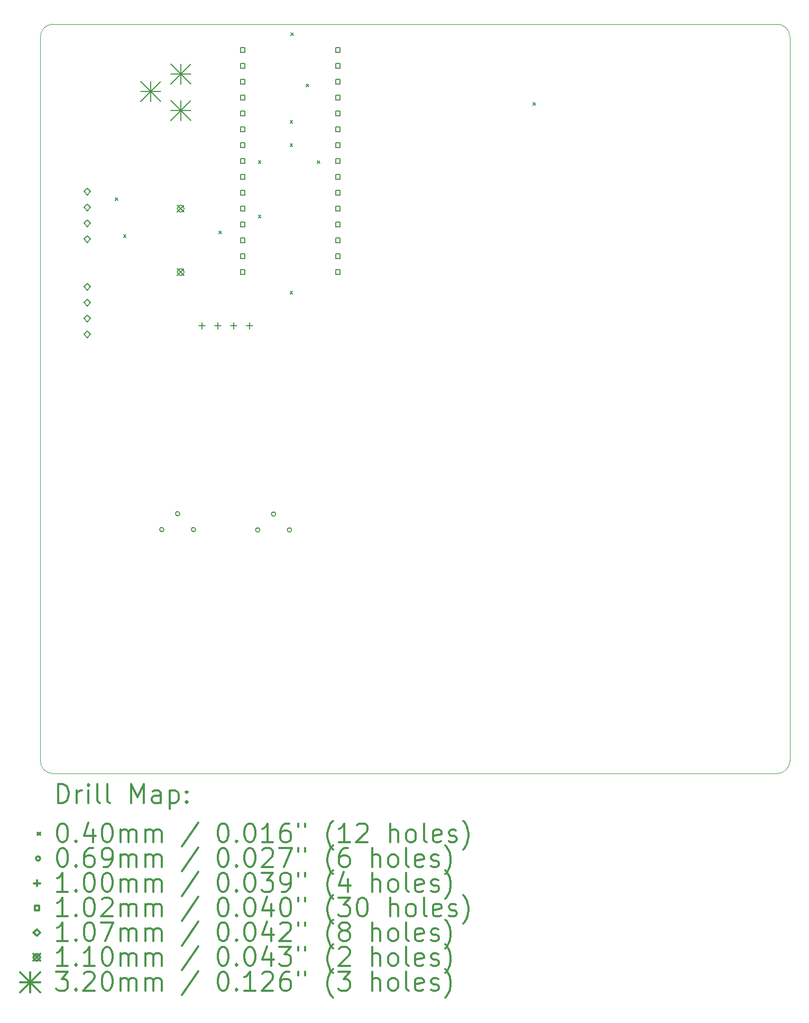
<source format=gbr>
%FSLAX45Y45*%
G04 Gerber Fmt 4.5, Leading zero omitted, Abs format (unit mm)*
G04 Created by KiCad (PCBNEW (5.1.6)-1) date 2024-05-27 20:35:28*
%MOMM*%
%LPD*%
G01*
G04 APERTURE LIST*
%TA.AperFunction,Profile*%
%ADD10C,0.050000*%
%TD*%
%ADD11C,0.200000*%
%ADD12C,0.300000*%
G04 APERTURE END LIST*
D10*
X21469350Y-15386050D02*
G75*
G02*
X21266051Y-15589349I-203299J0D01*
G01*
X9467751Y-3791049D02*
G75*
G02*
X9671050Y-3587750I203299J0D01*
G01*
X9671050Y-15589250D02*
G75*
G02*
X9467751Y-15385951I0J203299D01*
G01*
X21266150Y-3587750D02*
G75*
G02*
X21469449Y-3791049I0J-203299D01*
G01*
X9467751Y-15385951D02*
X9467751Y-3791049D01*
X21266051Y-15589349D02*
X9671050Y-15589250D01*
X21469449Y-3791049D02*
X21469350Y-15386050D01*
X9671050Y-3587750D02*
X21266150Y-3587750D01*
D11*
X10667050Y-6368100D02*
X10707050Y-6408100D01*
X10707050Y-6368100D02*
X10667050Y-6408100D01*
X10800400Y-6958650D02*
X10840400Y-6998650D01*
X10840400Y-6958650D02*
X10800400Y-6998650D01*
X12330750Y-6901500D02*
X12370750Y-6941500D01*
X12370750Y-6901500D02*
X12330750Y-6941500D01*
X12959400Y-5777550D02*
X12999400Y-5817550D01*
X12999400Y-5777550D02*
X12959400Y-5817550D01*
X12959400Y-6647500D02*
X12999400Y-6687500D01*
X12999400Y-6647500D02*
X12959400Y-6687500D01*
X13467400Y-5129850D02*
X13507400Y-5169850D01*
X13507400Y-5129850D02*
X13467400Y-5169850D01*
X13467400Y-5504500D02*
X13507400Y-5544500D01*
X13507400Y-5504500D02*
X13467400Y-5544500D01*
X13467400Y-7866700D02*
X13507400Y-7906700D01*
X13507400Y-7866700D02*
X13467400Y-7906700D01*
X13480100Y-3726500D02*
X13520100Y-3766500D01*
X13520100Y-3726500D02*
X13480100Y-3766500D01*
X13727750Y-4545650D02*
X13767750Y-4585650D01*
X13767750Y-4545650D02*
X13727750Y-4585650D01*
X13905550Y-5777550D02*
X13945550Y-5817550D01*
X13945550Y-5777550D02*
X13905550Y-5817550D01*
X17359950Y-4844100D02*
X17399950Y-4884100D01*
X17399950Y-4844100D02*
X17359950Y-4884100D01*
X12982150Y-11686600D02*
G75*
G03*
X12982150Y-11686600I-34500J0D01*
G01*
X13236150Y-11432600D02*
G75*
G03*
X13236150Y-11432600I-34500J0D01*
G01*
X13490150Y-11686600D02*
G75*
G03*
X13490150Y-11686600I-34500J0D01*
G01*
X11445450Y-11680250D02*
G75*
G03*
X11445450Y-11680250I-34500J0D01*
G01*
X11699450Y-11426250D02*
G75*
G03*
X11699450Y-11426250I-34500J0D01*
G01*
X11953450Y-11680250D02*
G75*
G03*
X11953450Y-11680250I-34500J0D01*
G01*
X12058650Y-8363750D02*
X12058650Y-8463750D01*
X12008650Y-8413750D02*
X12108650Y-8413750D01*
X12312650Y-8363750D02*
X12312650Y-8463750D01*
X12262650Y-8413750D02*
X12362650Y-8413750D01*
X12566650Y-8363750D02*
X12566650Y-8463750D01*
X12516650Y-8413750D02*
X12616650Y-8413750D01*
X12820650Y-8363750D02*
X12820650Y-8463750D01*
X12770650Y-8413750D02*
X12870650Y-8413750D01*
X12742271Y-4036421D02*
X12742271Y-3964579D01*
X12670429Y-3964579D01*
X12670429Y-4036421D01*
X12742271Y-4036421D01*
X12742271Y-4290421D02*
X12742271Y-4218579D01*
X12670429Y-4218579D01*
X12670429Y-4290421D01*
X12742271Y-4290421D01*
X12742271Y-4544421D02*
X12742271Y-4472579D01*
X12670429Y-4472579D01*
X12670429Y-4544421D01*
X12742271Y-4544421D01*
X12742271Y-4798421D02*
X12742271Y-4726579D01*
X12670429Y-4726579D01*
X12670429Y-4798421D01*
X12742271Y-4798421D01*
X12742271Y-5052421D02*
X12742271Y-4980579D01*
X12670429Y-4980579D01*
X12670429Y-5052421D01*
X12742271Y-5052421D01*
X12742271Y-5306421D02*
X12742271Y-5234579D01*
X12670429Y-5234579D01*
X12670429Y-5306421D01*
X12742271Y-5306421D01*
X12742271Y-5560421D02*
X12742271Y-5488579D01*
X12670429Y-5488579D01*
X12670429Y-5560421D01*
X12742271Y-5560421D01*
X12742271Y-5814421D02*
X12742271Y-5742579D01*
X12670429Y-5742579D01*
X12670429Y-5814421D01*
X12742271Y-5814421D01*
X12742271Y-6068421D02*
X12742271Y-5996579D01*
X12670429Y-5996579D01*
X12670429Y-6068421D01*
X12742271Y-6068421D01*
X12742271Y-6322421D02*
X12742271Y-6250579D01*
X12670429Y-6250579D01*
X12670429Y-6322421D01*
X12742271Y-6322421D01*
X12742271Y-6576421D02*
X12742271Y-6504579D01*
X12670429Y-6504579D01*
X12670429Y-6576421D01*
X12742271Y-6576421D01*
X12742271Y-6830421D02*
X12742271Y-6758579D01*
X12670429Y-6758579D01*
X12670429Y-6830421D01*
X12742271Y-6830421D01*
X12742271Y-7084421D02*
X12742271Y-7012579D01*
X12670429Y-7012579D01*
X12670429Y-7084421D01*
X12742271Y-7084421D01*
X12742271Y-7338421D02*
X12742271Y-7266579D01*
X12670429Y-7266579D01*
X12670429Y-7338421D01*
X12742271Y-7338421D01*
X12742271Y-7592421D02*
X12742271Y-7520579D01*
X12670429Y-7520579D01*
X12670429Y-7592421D01*
X12742271Y-7592421D01*
X14266271Y-4036421D02*
X14266271Y-3964579D01*
X14194429Y-3964579D01*
X14194429Y-4036421D01*
X14266271Y-4036421D01*
X14266271Y-4290421D02*
X14266271Y-4218579D01*
X14194429Y-4218579D01*
X14194429Y-4290421D01*
X14266271Y-4290421D01*
X14266271Y-4544421D02*
X14266271Y-4472579D01*
X14194429Y-4472579D01*
X14194429Y-4544421D01*
X14266271Y-4544421D01*
X14266271Y-4798421D02*
X14266271Y-4726579D01*
X14194429Y-4726579D01*
X14194429Y-4798421D01*
X14266271Y-4798421D01*
X14266271Y-5052421D02*
X14266271Y-4980579D01*
X14194429Y-4980579D01*
X14194429Y-5052421D01*
X14266271Y-5052421D01*
X14266271Y-5306421D02*
X14266271Y-5234579D01*
X14194429Y-5234579D01*
X14194429Y-5306421D01*
X14266271Y-5306421D01*
X14266271Y-5560421D02*
X14266271Y-5488579D01*
X14194429Y-5488579D01*
X14194429Y-5560421D01*
X14266271Y-5560421D01*
X14266271Y-5814421D02*
X14266271Y-5742579D01*
X14194429Y-5742579D01*
X14194429Y-5814421D01*
X14266271Y-5814421D01*
X14266271Y-6068421D02*
X14266271Y-5996579D01*
X14194429Y-5996579D01*
X14194429Y-6068421D01*
X14266271Y-6068421D01*
X14266271Y-6322421D02*
X14266271Y-6250579D01*
X14194429Y-6250579D01*
X14194429Y-6322421D01*
X14266271Y-6322421D01*
X14266271Y-6576421D02*
X14266271Y-6504579D01*
X14194429Y-6504579D01*
X14194429Y-6576421D01*
X14266271Y-6576421D01*
X14266271Y-6830421D02*
X14266271Y-6758579D01*
X14194429Y-6758579D01*
X14194429Y-6830421D01*
X14266271Y-6830421D01*
X14266271Y-7084421D02*
X14266271Y-7012579D01*
X14194429Y-7012579D01*
X14194429Y-7084421D01*
X14266271Y-7084421D01*
X14266271Y-7338421D02*
X14266271Y-7266579D01*
X14194429Y-7266579D01*
X14194429Y-7338421D01*
X14266271Y-7338421D01*
X14266271Y-7592421D02*
X14266271Y-7520579D01*
X14194429Y-7520579D01*
X14194429Y-7592421D01*
X14266271Y-7592421D01*
X10217150Y-7844950D02*
X10270650Y-7791450D01*
X10217150Y-7737950D01*
X10163650Y-7791450D01*
X10217150Y-7844950D01*
X10217150Y-8098950D02*
X10270650Y-8045450D01*
X10217150Y-7991950D01*
X10163650Y-8045450D01*
X10217150Y-8098950D01*
X10217150Y-8352950D02*
X10270650Y-8299450D01*
X10217150Y-8245950D01*
X10163650Y-8299450D01*
X10217150Y-8352950D01*
X10217150Y-8606950D02*
X10270650Y-8553450D01*
X10217150Y-8499950D01*
X10163650Y-8553450D01*
X10217150Y-8606950D01*
X10217150Y-6320950D02*
X10270650Y-6267450D01*
X10217150Y-6213950D01*
X10163650Y-6267450D01*
X10217150Y-6320950D01*
X10217150Y-6574950D02*
X10270650Y-6521450D01*
X10217150Y-6467950D01*
X10163650Y-6521450D01*
X10217150Y-6574950D01*
X10217150Y-6828950D02*
X10270650Y-6775450D01*
X10217150Y-6721950D01*
X10163650Y-6775450D01*
X10217150Y-6828950D01*
X10217150Y-7082950D02*
X10270650Y-7029450D01*
X10217150Y-6975950D01*
X10163650Y-7029450D01*
X10217150Y-7082950D01*
X11660750Y-6485500D02*
X11770750Y-6595500D01*
X11770750Y-6485500D02*
X11660750Y-6595500D01*
X11770750Y-6540500D02*
G75*
G03*
X11770750Y-6540500I-55000J0D01*
G01*
X11660750Y-7501500D02*
X11770750Y-7611500D01*
X11770750Y-7501500D02*
X11660750Y-7611500D01*
X11770750Y-7556500D02*
G75*
G03*
X11770750Y-7556500I-55000J0D01*
G01*
X11074750Y-4506800D02*
X11394750Y-4826800D01*
X11394750Y-4506800D02*
X11074750Y-4826800D01*
X11234750Y-4506800D02*
X11234750Y-4826800D01*
X11074750Y-4666800D02*
X11394750Y-4666800D01*
X11554750Y-4226800D02*
X11874750Y-4546800D01*
X11874750Y-4226800D02*
X11554750Y-4546800D01*
X11714750Y-4226800D02*
X11714750Y-4546800D01*
X11554750Y-4386800D02*
X11874750Y-4386800D01*
X11554750Y-4806800D02*
X11874750Y-5126800D01*
X11874750Y-4806800D02*
X11554750Y-5126800D01*
X11714750Y-4806800D02*
X11714750Y-5126800D01*
X11554750Y-4966800D02*
X11874750Y-4966800D01*
D12*
X9751679Y-16057563D02*
X9751679Y-15757563D01*
X9823108Y-15757563D01*
X9865965Y-15771849D01*
X9894537Y-15800421D01*
X9908822Y-15828992D01*
X9923108Y-15886135D01*
X9923108Y-15928992D01*
X9908822Y-15986135D01*
X9894537Y-16014706D01*
X9865965Y-16043278D01*
X9823108Y-16057563D01*
X9751679Y-16057563D01*
X10051679Y-16057563D02*
X10051679Y-15857563D01*
X10051679Y-15914706D02*
X10065965Y-15886135D01*
X10080251Y-15871849D01*
X10108822Y-15857563D01*
X10137394Y-15857563D01*
X10237394Y-16057563D02*
X10237394Y-15857563D01*
X10237394Y-15757563D02*
X10223108Y-15771849D01*
X10237394Y-15786135D01*
X10251679Y-15771849D01*
X10237394Y-15757563D01*
X10237394Y-15786135D01*
X10423108Y-16057563D02*
X10394537Y-16043278D01*
X10380251Y-16014706D01*
X10380251Y-15757563D01*
X10580251Y-16057563D02*
X10551679Y-16043278D01*
X10537394Y-16014706D01*
X10537394Y-15757563D01*
X10923108Y-16057563D02*
X10923108Y-15757563D01*
X11023108Y-15971849D01*
X11123108Y-15757563D01*
X11123108Y-16057563D01*
X11394536Y-16057563D02*
X11394536Y-15900421D01*
X11380251Y-15871849D01*
X11351679Y-15857563D01*
X11294536Y-15857563D01*
X11265965Y-15871849D01*
X11394536Y-16043278D02*
X11365965Y-16057563D01*
X11294536Y-16057563D01*
X11265965Y-16043278D01*
X11251679Y-16014706D01*
X11251679Y-15986135D01*
X11265965Y-15957563D01*
X11294536Y-15943278D01*
X11365965Y-15943278D01*
X11394536Y-15928992D01*
X11537394Y-15857563D02*
X11537394Y-16157563D01*
X11537394Y-15871849D02*
X11565965Y-15857563D01*
X11623108Y-15857563D01*
X11651679Y-15871849D01*
X11665965Y-15886135D01*
X11680251Y-15914706D01*
X11680251Y-16000421D01*
X11665965Y-16028992D01*
X11651679Y-16043278D01*
X11623108Y-16057563D01*
X11565965Y-16057563D01*
X11537394Y-16043278D01*
X11808822Y-16028992D02*
X11823108Y-16043278D01*
X11808822Y-16057563D01*
X11794536Y-16043278D01*
X11808822Y-16028992D01*
X11808822Y-16057563D01*
X11808822Y-15871849D02*
X11823108Y-15886135D01*
X11808822Y-15900421D01*
X11794536Y-15886135D01*
X11808822Y-15871849D01*
X11808822Y-15900421D01*
X9425251Y-16531849D02*
X9465251Y-16571849D01*
X9465251Y-16531849D02*
X9425251Y-16571849D01*
X9808822Y-16387563D02*
X9837394Y-16387563D01*
X9865965Y-16401849D01*
X9880251Y-16416135D01*
X9894537Y-16444706D01*
X9908822Y-16501849D01*
X9908822Y-16573278D01*
X9894537Y-16630421D01*
X9880251Y-16658992D01*
X9865965Y-16673278D01*
X9837394Y-16687563D01*
X9808822Y-16687563D01*
X9780251Y-16673278D01*
X9765965Y-16658992D01*
X9751679Y-16630421D01*
X9737394Y-16573278D01*
X9737394Y-16501849D01*
X9751679Y-16444706D01*
X9765965Y-16416135D01*
X9780251Y-16401849D01*
X9808822Y-16387563D01*
X10037394Y-16658992D02*
X10051679Y-16673278D01*
X10037394Y-16687563D01*
X10023108Y-16673278D01*
X10037394Y-16658992D01*
X10037394Y-16687563D01*
X10308822Y-16487563D02*
X10308822Y-16687563D01*
X10237394Y-16373278D02*
X10165965Y-16587563D01*
X10351679Y-16587563D01*
X10523108Y-16387563D02*
X10551679Y-16387563D01*
X10580251Y-16401849D01*
X10594537Y-16416135D01*
X10608822Y-16444706D01*
X10623108Y-16501849D01*
X10623108Y-16573278D01*
X10608822Y-16630421D01*
X10594537Y-16658992D01*
X10580251Y-16673278D01*
X10551679Y-16687563D01*
X10523108Y-16687563D01*
X10494537Y-16673278D01*
X10480251Y-16658992D01*
X10465965Y-16630421D01*
X10451679Y-16573278D01*
X10451679Y-16501849D01*
X10465965Y-16444706D01*
X10480251Y-16416135D01*
X10494537Y-16401849D01*
X10523108Y-16387563D01*
X10751679Y-16687563D02*
X10751679Y-16487563D01*
X10751679Y-16516135D02*
X10765965Y-16501849D01*
X10794537Y-16487563D01*
X10837394Y-16487563D01*
X10865965Y-16501849D01*
X10880251Y-16530421D01*
X10880251Y-16687563D01*
X10880251Y-16530421D02*
X10894537Y-16501849D01*
X10923108Y-16487563D01*
X10965965Y-16487563D01*
X10994537Y-16501849D01*
X11008822Y-16530421D01*
X11008822Y-16687563D01*
X11151679Y-16687563D02*
X11151679Y-16487563D01*
X11151679Y-16516135D02*
X11165965Y-16501849D01*
X11194536Y-16487563D01*
X11237394Y-16487563D01*
X11265965Y-16501849D01*
X11280251Y-16530421D01*
X11280251Y-16687563D01*
X11280251Y-16530421D02*
X11294536Y-16501849D01*
X11323108Y-16487563D01*
X11365965Y-16487563D01*
X11394536Y-16501849D01*
X11408822Y-16530421D01*
X11408822Y-16687563D01*
X11994536Y-16373278D02*
X11737394Y-16758992D01*
X12380251Y-16387563D02*
X12408822Y-16387563D01*
X12437394Y-16401849D01*
X12451679Y-16416135D01*
X12465965Y-16444706D01*
X12480251Y-16501849D01*
X12480251Y-16573278D01*
X12465965Y-16630421D01*
X12451679Y-16658992D01*
X12437394Y-16673278D01*
X12408822Y-16687563D01*
X12380251Y-16687563D01*
X12351679Y-16673278D01*
X12337394Y-16658992D01*
X12323108Y-16630421D01*
X12308822Y-16573278D01*
X12308822Y-16501849D01*
X12323108Y-16444706D01*
X12337394Y-16416135D01*
X12351679Y-16401849D01*
X12380251Y-16387563D01*
X12608822Y-16658992D02*
X12623108Y-16673278D01*
X12608822Y-16687563D01*
X12594536Y-16673278D01*
X12608822Y-16658992D01*
X12608822Y-16687563D01*
X12808822Y-16387563D02*
X12837394Y-16387563D01*
X12865965Y-16401849D01*
X12880251Y-16416135D01*
X12894536Y-16444706D01*
X12908822Y-16501849D01*
X12908822Y-16573278D01*
X12894536Y-16630421D01*
X12880251Y-16658992D01*
X12865965Y-16673278D01*
X12837394Y-16687563D01*
X12808822Y-16687563D01*
X12780251Y-16673278D01*
X12765965Y-16658992D01*
X12751679Y-16630421D01*
X12737394Y-16573278D01*
X12737394Y-16501849D01*
X12751679Y-16444706D01*
X12765965Y-16416135D01*
X12780251Y-16401849D01*
X12808822Y-16387563D01*
X13194536Y-16687563D02*
X13023108Y-16687563D01*
X13108822Y-16687563D02*
X13108822Y-16387563D01*
X13080251Y-16430421D01*
X13051679Y-16458992D01*
X13023108Y-16473278D01*
X13451679Y-16387563D02*
X13394536Y-16387563D01*
X13365965Y-16401849D01*
X13351679Y-16416135D01*
X13323108Y-16458992D01*
X13308822Y-16516135D01*
X13308822Y-16630421D01*
X13323108Y-16658992D01*
X13337394Y-16673278D01*
X13365965Y-16687563D01*
X13423108Y-16687563D01*
X13451679Y-16673278D01*
X13465965Y-16658992D01*
X13480251Y-16630421D01*
X13480251Y-16558992D01*
X13465965Y-16530421D01*
X13451679Y-16516135D01*
X13423108Y-16501849D01*
X13365965Y-16501849D01*
X13337394Y-16516135D01*
X13323108Y-16530421D01*
X13308822Y-16558992D01*
X13594536Y-16387563D02*
X13594536Y-16444706D01*
X13708822Y-16387563D02*
X13708822Y-16444706D01*
X14151679Y-16801849D02*
X14137394Y-16787563D01*
X14108822Y-16744706D01*
X14094536Y-16716135D01*
X14080251Y-16673278D01*
X14065965Y-16601849D01*
X14065965Y-16544706D01*
X14080251Y-16473278D01*
X14094536Y-16430421D01*
X14108822Y-16401849D01*
X14137394Y-16358992D01*
X14151679Y-16344706D01*
X14423108Y-16687563D02*
X14251679Y-16687563D01*
X14337394Y-16687563D02*
X14337394Y-16387563D01*
X14308822Y-16430421D01*
X14280251Y-16458992D01*
X14251679Y-16473278D01*
X14537394Y-16416135D02*
X14551679Y-16401849D01*
X14580251Y-16387563D01*
X14651679Y-16387563D01*
X14680251Y-16401849D01*
X14694536Y-16416135D01*
X14708822Y-16444706D01*
X14708822Y-16473278D01*
X14694536Y-16516135D01*
X14523108Y-16687563D01*
X14708822Y-16687563D01*
X15065965Y-16687563D02*
X15065965Y-16387563D01*
X15194536Y-16687563D02*
X15194536Y-16530421D01*
X15180251Y-16501849D01*
X15151679Y-16487563D01*
X15108822Y-16487563D01*
X15080251Y-16501849D01*
X15065965Y-16516135D01*
X15380251Y-16687563D02*
X15351679Y-16673278D01*
X15337394Y-16658992D01*
X15323108Y-16630421D01*
X15323108Y-16544706D01*
X15337394Y-16516135D01*
X15351679Y-16501849D01*
X15380251Y-16487563D01*
X15423108Y-16487563D01*
X15451679Y-16501849D01*
X15465965Y-16516135D01*
X15480251Y-16544706D01*
X15480251Y-16630421D01*
X15465965Y-16658992D01*
X15451679Y-16673278D01*
X15423108Y-16687563D01*
X15380251Y-16687563D01*
X15651679Y-16687563D02*
X15623108Y-16673278D01*
X15608822Y-16644706D01*
X15608822Y-16387563D01*
X15880251Y-16673278D02*
X15851679Y-16687563D01*
X15794536Y-16687563D01*
X15765965Y-16673278D01*
X15751679Y-16644706D01*
X15751679Y-16530421D01*
X15765965Y-16501849D01*
X15794536Y-16487563D01*
X15851679Y-16487563D01*
X15880251Y-16501849D01*
X15894536Y-16530421D01*
X15894536Y-16558992D01*
X15751679Y-16587563D01*
X16008822Y-16673278D02*
X16037394Y-16687563D01*
X16094536Y-16687563D01*
X16123108Y-16673278D01*
X16137394Y-16644706D01*
X16137394Y-16630421D01*
X16123108Y-16601849D01*
X16094536Y-16587563D01*
X16051679Y-16587563D01*
X16023108Y-16573278D01*
X16008822Y-16544706D01*
X16008822Y-16530421D01*
X16023108Y-16501849D01*
X16051679Y-16487563D01*
X16094536Y-16487563D01*
X16123108Y-16501849D01*
X16237394Y-16801849D02*
X16251679Y-16787563D01*
X16280251Y-16744706D01*
X16294536Y-16716135D01*
X16308822Y-16673278D01*
X16323108Y-16601849D01*
X16323108Y-16544706D01*
X16308822Y-16473278D01*
X16294536Y-16430421D01*
X16280251Y-16401849D01*
X16251679Y-16358992D01*
X16237394Y-16344706D01*
X9465251Y-16947849D02*
G75*
G03*
X9465251Y-16947849I-34500J0D01*
G01*
X9808822Y-16783563D02*
X9837394Y-16783563D01*
X9865965Y-16797849D01*
X9880251Y-16812135D01*
X9894537Y-16840706D01*
X9908822Y-16897849D01*
X9908822Y-16969278D01*
X9894537Y-17026421D01*
X9880251Y-17054992D01*
X9865965Y-17069278D01*
X9837394Y-17083563D01*
X9808822Y-17083563D01*
X9780251Y-17069278D01*
X9765965Y-17054992D01*
X9751679Y-17026421D01*
X9737394Y-16969278D01*
X9737394Y-16897849D01*
X9751679Y-16840706D01*
X9765965Y-16812135D01*
X9780251Y-16797849D01*
X9808822Y-16783563D01*
X10037394Y-17054992D02*
X10051679Y-17069278D01*
X10037394Y-17083563D01*
X10023108Y-17069278D01*
X10037394Y-17054992D01*
X10037394Y-17083563D01*
X10308822Y-16783563D02*
X10251679Y-16783563D01*
X10223108Y-16797849D01*
X10208822Y-16812135D01*
X10180251Y-16854992D01*
X10165965Y-16912135D01*
X10165965Y-17026421D01*
X10180251Y-17054992D01*
X10194537Y-17069278D01*
X10223108Y-17083563D01*
X10280251Y-17083563D01*
X10308822Y-17069278D01*
X10323108Y-17054992D01*
X10337394Y-17026421D01*
X10337394Y-16954992D01*
X10323108Y-16926421D01*
X10308822Y-16912135D01*
X10280251Y-16897849D01*
X10223108Y-16897849D01*
X10194537Y-16912135D01*
X10180251Y-16926421D01*
X10165965Y-16954992D01*
X10480251Y-17083563D02*
X10537394Y-17083563D01*
X10565965Y-17069278D01*
X10580251Y-17054992D01*
X10608822Y-17012135D01*
X10623108Y-16954992D01*
X10623108Y-16840706D01*
X10608822Y-16812135D01*
X10594537Y-16797849D01*
X10565965Y-16783563D01*
X10508822Y-16783563D01*
X10480251Y-16797849D01*
X10465965Y-16812135D01*
X10451679Y-16840706D01*
X10451679Y-16912135D01*
X10465965Y-16940706D01*
X10480251Y-16954992D01*
X10508822Y-16969278D01*
X10565965Y-16969278D01*
X10594537Y-16954992D01*
X10608822Y-16940706D01*
X10623108Y-16912135D01*
X10751679Y-17083563D02*
X10751679Y-16883563D01*
X10751679Y-16912135D02*
X10765965Y-16897849D01*
X10794537Y-16883563D01*
X10837394Y-16883563D01*
X10865965Y-16897849D01*
X10880251Y-16926421D01*
X10880251Y-17083563D01*
X10880251Y-16926421D02*
X10894537Y-16897849D01*
X10923108Y-16883563D01*
X10965965Y-16883563D01*
X10994537Y-16897849D01*
X11008822Y-16926421D01*
X11008822Y-17083563D01*
X11151679Y-17083563D02*
X11151679Y-16883563D01*
X11151679Y-16912135D02*
X11165965Y-16897849D01*
X11194536Y-16883563D01*
X11237394Y-16883563D01*
X11265965Y-16897849D01*
X11280251Y-16926421D01*
X11280251Y-17083563D01*
X11280251Y-16926421D02*
X11294536Y-16897849D01*
X11323108Y-16883563D01*
X11365965Y-16883563D01*
X11394536Y-16897849D01*
X11408822Y-16926421D01*
X11408822Y-17083563D01*
X11994536Y-16769278D02*
X11737394Y-17154992D01*
X12380251Y-16783563D02*
X12408822Y-16783563D01*
X12437394Y-16797849D01*
X12451679Y-16812135D01*
X12465965Y-16840706D01*
X12480251Y-16897849D01*
X12480251Y-16969278D01*
X12465965Y-17026421D01*
X12451679Y-17054992D01*
X12437394Y-17069278D01*
X12408822Y-17083563D01*
X12380251Y-17083563D01*
X12351679Y-17069278D01*
X12337394Y-17054992D01*
X12323108Y-17026421D01*
X12308822Y-16969278D01*
X12308822Y-16897849D01*
X12323108Y-16840706D01*
X12337394Y-16812135D01*
X12351679Y-16797849D01*
X12380251Y-16783563D01*
X12608822Y-17054992D02*
X12623108Y-17069278D01*
X12608822Y-17083563D01*
X12594536Y-17069278D01*
X12608822Y-17054992D01*
X12608822Y-17083563D01*
X12808822Y-16783563D02*
X12837394Y-16783563D01*
X12865965Y-16797849D01*
X12880251Y-16812135D01*
X12894536Y-16840706D01*
X12908822Y-16897849D01*
X12908822Y-16969278D01*
X12894536Y-17026421D01*
X12880251Y-17054992D01*
X12865965Y-17069278D01*
X12837394Y-17083563D01*
X12808822Y-17083563D01*
X12780251Y-17069278D01*
X12765965Y-17054992D01*
X12751679Y-17026421D01*
X12737394Y-16969278D01*
X12737394Y-16897849D01*
X12751679Y-16840706D01*
X12765965Y-16812135D01*
X12780251Y-16797849D01*
X12808822Y-16783563D01*
X13023108Y-16812135D02*
X13037394Y-16797849D01*
X13065965Y-16783563D01*
X13137394Y-16783563D01*
X13165965Y-16797849D01*
X13180251Y-16812135D01*
X13194536Y-16840706D01*
X13194536Y-16869278D01*
X13180251Y-16912135D01*
X13008822Y-17083563D01*
X13194536Y-17083563D01*
X13294536Y-16783563D02*
X13494536Y-16783563D01*
X13365965Y-17083563D01*
X13594536Y-16783563D02*
X13594536Y-16840706D01*
X13708822Y-16783563D02*
X13708822Y-16840706D01*
X14151679Y-17197849D02*
X14137394Y-17183563D01*
X14108822Y-17140706D01*
X14094536Y-17112135D01*
X14080251Y-17069278D01*
X14065965Y-16997849D01*
X14065965Y-16940706D01*
X14080251Y-16869278D01*
X14094536Y-16826421D01*
X14108822Y-16797849D01*
X14137394Y-16754992D01*
X14151679Y-16740706D01*
X14394536Y-16783563D02*
X14337394Y-16783563D01*
X14308822Y-16797849D01*
X14294536Y-16812135D01*
X14265965Y-16854992D01*
X14251679Y-16912135D01*
X14251679Y-17026421D01*
X14265965Y-17054992D01*
X14280251Y-17069278D01*
X14308822Y-17083563D01*
X14365965Y-17083563D01*
X14394536Y-17069278D01*
X14408822Y-17054992D01*
X14423108Y-17026421D01*
X14423108Y-16954992D01*
X14408822Y-16926421D01*
X14394536Y-16912135D01*
X14365965Y-16897849D01*
X14308822Y-16897849D01*
X14280251Y-16912135D01*
X14265965Y-16926421D01*
X14251679Y-16954992D01*
X14780251Y-17083563D02*
X14780251Y-16783563D01*
X14908822Y-17083563D02*
X14908822Y-16926421D01*
X14894536Y-16897849D01*
X14865965Y-16883563D01*
X14823108Y-16883563D01*
X14794536Y-16897849D01*
X14780251Y-16912135D01*
X15094536Y-17083563D02*
X15065965Y-17069278D01*
X15051679Y-17054992D01*
X15037394Y-17026421D01*
X15037394Y-16940706D01*
X15051679Y-16912135D01*
X15065965Y-16897849D01*
X15094536Y-16883563D01*
X15137394Y-16883563D01*
X15165965Y-16897849D01*
X15180251Y-16912135D01*
X15194536Y-16940706D01*
X15194536Y-17026421D01*
X15180251Y-17054992D01*
X15165965Y-17069278D01*
X15137394Y-17083563D01*
X15094536Y-17083563D01*
X15365965Y-17083563D02*
X15337394Y-17069278D01*
X15323108Y-17040706D01*
X15323108Y-16783563D01*
X15594536Y-17069278D02*
X15565965Y-17083563D01*
X15508822Y-17083563D01*
X15480251Y-17069278D01*
X15465965Y-17040706D01*
X15465965Y-16926421D01*
X15480251Y-16897849D01*
X15508822Y-16883563D01*
X15565965Y-16883563D01*
X15594536Y-16897849D01*
X15608822Y-16926421D01*
X15608822Y-16954992D01*
X15465965Y-16983563D01*
X15723108Y-17069278D02*
X15751679Y-17083563D01*
X15808822Y-17083563D01*
X15837394Y-17069278D01*
X15851679Y-17040706D01*
X15851679Y-17026421D01*
X15837394Y-16997849D01*
X15808822Y-16983563D01*
X15765965Y-16983563D01*
X15737394Y-16969278D01*
X15723108Y-16940706D01*
X15723108Y-16926421D01*
X15737394Y-16897849D01*
X15765965Y-16883563D01*
X15808822Y-16883563D01*
X15837394Y-16897849D01*
X15951679Y-17197849D02*
X15965965Y-17183563D01*
X15994536Y-17140706D01*
X16008822Y-17112135D01*
X16023108Y-17069278D01*
X16037394Y-16997849D01*
X16037394Y-16940706D01*
X16023108Y-16869278D01*
X16008822Y-16826421D01*
X15994536Y-16797849D01*
X15965965Y-16754992D01*
X15951679Y-16740706D01*
X9415251Y-17293849D02*
X9415251Y-17393849D01*
X9365251Y-17343849D02*
X9465251Y-17343849D01*
X9908822Y-17479563D02*
X9737394Y-17479563D01*
X9823108Y-17479563D02*
X9823108Y-17179563D01*
X9794537Y-17222421D01*
X9765965Y-17250992D01*
X9737394Y-17265278D01*
X10037394Y-17450992D02*
X10051679Y-17465278D01*
X10037394Y-17479563D01*
X10023108Y-17465278D01*
X10037394Y-17450992D01*
X10037394Y-17479563D01*
X10237394Y-17179563D02*
X10265965Y-17179563D01*
X10294537Y-17193849D01*
X10308822Y-17208135D01*
X10323108Y-17236706D01*
X10337394Y-17293849D01*
X10337394Y-17365278D01*
X10323108Y-17422421D01*
X10308822Y-17450992D01*
X10294537Y-17465278D01*
X10265965Y-17479563D01*
X10237394Y-17479563D01*
X10208822Y-17465278D01*
X10194537Y-17450992D01*
X10180251Y-17422421D01*
X10165965Y-17365278D01*
X10165965Y-17293849D01*
X10180251Y-17236706D01*
X10194537Y-17208135D01*
X10208822Y-17193849D01*
X10237394Y-17179563D01*
X10523108Y-17179563D02*
X10551679Y-17179563D01*
X10580251Y-17193849D01*
X10594537Y-17208135D01*
X10608822Y-17236706D01*
X10623108Y-17293849D01*
X10623108Y-17365278D01*
X10608822Y-17422421D01*
X10594537Y-17450992D01*
X10580251Y-17465278D01*
X10551679Y-17479563D01*
X10523108Y-17479563D01*
X10494537Y-17465278D01*
X10480251Y-17450992D01*
X10465965Y-17422421D01*
X10451679Y-17365278D01*
X10451679Y-17293849D01*
X10465965Y-17236706D01*
X10480251Y-17208135D01*
X10494537Y-17193849D01*
X10523108Y-17179563D01*
X10751679Y-17479563D02*
X10751679Y-17279563D01*
X10751679Y-17308135D02*
X10765965Y-17293849D01*
X10794537Y-17279563D01*
X10837394Y-17279563D01*
X10865965Y-17293849D01*
X10880251Y-17322421D01*
X10880251Y-17479563D01*
X10880251Y-17322421D02*
X10894537Y-17293849D01*
X10923108Y-17279563D01*
X10965965Y-17279563D01*
X10994537Y-17293849D01*
X11008822Y-17322421D01*
X11008822Y-17479563D01*
X11151679Y-17479563D02*
X11151679Y-17279563D01*
X11151679Y-17308135D02*
X11165965Y-17293849D01*
X11194536Y-17279563D01*
X11237394Y-17279563D01*
X11265965Y-17293849D01*
X11280251Y-17322421D01*
X11280251Y-17479563D01*
X11280251Y-17322421D02*
X11294536Y-17293849D01*
X11323108Y-17279563D01*
X11365965Y-17279563D01*
X11394536Y-17293849D01*
X11408822Y-17322421D01*
X11408822Y-17479563D01*
X11994536Y-17165278D02*
X11737394Y-17550992D01*
X12380251Y-17179563D02*
X12408822Y-17179563D01*
X12437394Y-17193849D01*
X12451679Y-17208135D01*
X12465965Y-17236706D01*
X12480251Y-17293849D01*
X12480251Y-17365278D01*
X12465965Y-17422421D01*
X12451679Y-17450992D01*
X12437394Y-17465278D01*
X12408822Y-17479563D01*
X12380251Y-17479563D01*
X12351679Y-17465278D01*
X12337394Y-17450992D01*
X12323108Y-17422421D01*
X12308822Y-17365278D01*
X12308822Y-17293849D01*
X12323108Y-17236706D01*
X12337394Y-17208135D01*
X12351679Y-17193849D01*
X12380251Y-17179563D01*
X12608822Y-17450992D02*
X12623108Y-17465278D01*
X12608822Y-17479563D01*
X12594536Y-17465278D01*
X12608822Y-17450992D01*
X12608822Y-17479563D01*
X12808822Y-17179563D02*
X12837394Y-17179563D01*
X12865965Y-17193849D01*
X12880251Y-17208135D01*
X12894536Y-17236706D01*
X12908822Y-17293849D01*
X12908822Y-17365278D01*
X12894536Y-17422421D01*
X12880251Y-17450992D01*
X12865965Y-17465278D01*
X12837394Y-17479563D01*
X12808822Y-17479563D01*
X12780251Y-17465278D01*
X12765965Y-17450992D01*
X12751679Y-17422421D01*
X12737394Y-17365278D01*
X12737394Y-17293849D01*
X12751679Y-17236706D01*
X12765965Y-17208135D01*
X12780251Y-17193849D01*
X12808822Y-17179563D01*
X13008822Y-17179563D02*
X13194536Y-17179563D01*
X13094536Y-17293849D01*
X13137394Y-17293849D01*
X13165965Y-17308135D01*
X13180251Y-17322421D01*
X13194536Y-17350992D01*
X13194536Y-17422421D01*
X13180251Y-17450992D01*
X13165965Y-17465278D01*
X13137394Y-17479563D01*
X13051679Y-17479563D01*
X13023108Y-17465278D01*
X13008822Y-17450992D01*
X13337394Y-17479563D02*
X13394536Y-17479563D01*
X13423108Y-17465278D01*
X13437394Y-17450992D01*
X13465965Y-17408135D01*
X13480251Y-17350992D01*
X13480251Y-17236706D01*
X13465965Y-17208135D01*
X13451679Y-17193849D01*
X13423108Y-17179563D01*
X13365965Y-17179563D01*
X13337394Y-17193849D01*
X13323108Y-17208135D01*
X13308822Y-17236706D01*
X13308822Y-17308135D01*
X13323108Y-17336706D01*
X13337394Y-17350992D01*
X13365965Y-17365278D01*
X13423108Y-17365278D01*
X13451679Y-17350992D01*
X13465965Y-17336706D01*
X13480251Y-17308135D01*
X13594536Y-17179563D02*
X13594536Y-17236706D01*
X13708822Y-17179563D02*
X13708822Y-17236706D01*
X14151679Y-17593849D02*
X14137394Y-17579563D01*
X14108822Y-17536706D01*
X14094536Y-17508135D01*
X14080251Y-17465278D01*
X14065965Y-17393849D01*
X14065965Y-17336706D01*
X14080251Y-17265278D01*
X14094536Y-17222421D01*
X14108822Y-17193849D01*
X14137394Y-17150992D01*
X14151679Y-17136706D01*
X14394536Y-17279563D02*
X14394536Y-17479563D01*
X14323108Y-17165278D02*
X14251679Y-17379563D01*
X14437394Y-17379563D01*
X14780251Y-17479563D02*
X14780251Y-17179563D01*
X14908822Y-17479563D02*
X14908822Y-17322421D01*
X14894536Y-17293849D01*
X14865965Y-17279563D01*
X14823108Y-17279563D01*
X14794536Y-17293849D01*
X14780251Y-17308135D01*
X15094536Y-17479563D02*
X15065965Y-17465278D01*
X15051679Y-17450992D01*
X15037394Y-17422421D01*
X15037394Y-17336706D01*
X15051679Y-17308135D01*
X15065965Y-17293849D01*
X15094536Y-17279563D01*
X15137394Y-17279563D01*
X15165965Y-17293849D01*
X15180251Y-17308135D01*
X15194536Y-17336706D01*
X15194536Y-17422421D01*
X15180251Y-17450992D01*
X15165965Y-17465278D01*
X15137394Y-17479563D01*
X15094536Y-17479563D01*
X15365965Y-17479563D02*
X15337394Y-17465278D01*
X15323108Y-17436706D01*
X15323108Y-17179563D01*
X15594536Y-17465278D02*
X15565965Y-17479563D01*
X15508822Y-17479563D01*
X15480251Y-17465278D01*
X15465965Y-17436706D01*
X15465965Y-17322421D01*
X15480251Y-17293849D01*
X15508822Y-17279563D01*
X15565965Y-17279563D01*
X15594536Y-17293849D01*
X15608822Y-17322421D01*
X15608822Y-17350992D01*
X15465965Y-17379563D01*
X15723108Y-17465278D02*
X15751679Y-17479563D01*
X15808822Y-17479563D01*
X15837394Y-17465278D01*
X15851679Y-17436706D01*
X15851679Y-17422421D01*
X15837394Y-17393849D01*
X15808822Y-17379563D01*
X15765965Y-17379563D01*
X15737394Y-17365278D01*
X15723108Y-17336706D01*
X15723108Y-17322421D01*
X15737394Y-17293849D01*
X15765965Y-17279563D01*
X15808822Y-17279563D01*
X15837394Y-17293849D01*
X15951679Y-17593849D02*
X15965965Y-17579563D01*
X15994536Y-17536706D01*
X16008822Y-17508135D01*
X16023108Y-17465278D01*
X16037394Y-17393849D01*
X16037394Y-17336706D01*
X16023108Y-17265278D01*
X16008822Y-17222421D01*
X15994536Y-17193849D01*
X15965965Y-17150992D01*
X15951679Y-17136706D01*
X9450372Y-17775771D02*
X9450372Y-17703928D01*
X9378529Y-17703928D01*
X9378529Y-17775771D01*
X9450372Y-17775771D01*
X9908822Y-17875563D02*
X9737394Y-17875563D01*
X9823108Y-17875563D02*
X9823108Y-17575563D01*
X9794537Y-17618421D01*
X9765965Y-17646992D01*
X9737394Y-17661278D01*
X10037394Y-17846992D02*
X10051679Y-17861278D01*
X10037394Y-17875563D01*
X10023108Y-17861278D01*
X10037394Y-17846992D01*
X10037394Y-17875563D01*
X10237394Y-17575563D02*
X10265965Y-17575563D01*
X10294537Y-17589849D01*
X10308822Y-17604135D01*
X10323108Y-17632706D01*
X10337394Y-17689849D01*
X10337394Y-17761278D01*
X10323108Y-17818421D01*
X10308822Y-17846992D01*
X10294537Y-17861278D01*
X10265965Y-17875563D01*
X10237394Y-17875563D01*
X10208822Y-17861278D01*
X10194537Y-17846992D01*
X10180251Y-17818421D01*
X10165965Y-17761278D01*
X10165965Y-17689849D01*
X10180251Y-17632706D01*
X10194537Y-17604135D01*
X10208822Y-17589849D01*
X10237394Y-17575563D01*
X10451679Y-17604135D02*
X10465965Y-17589849D01*
X10494537Y-17575563D01*
X10565965Y-17575563D01*
X10594537Y-17589849D01*
X10608822Y-17604135D01*
X10623108Y-17632706D01*
X10623108Y-17661278D01*
X10608822Y-17704135D01*
X10437394Y-17875563D01*
X10623108Y-17875563D01*
X10751679Y-17875563D02*
X10751679Y-17675563D01*
X10751679Y-17704135D02*
X10765965Y-17689849D01*
X10794537Y-17675563D01*
X10837394Y-17675563D01*
X10865965Y-17689849D01*
X10880251Y-17718421D01*
X10880251Y-17875563D01*
X10880251Y-17718421D02*
X10894537Y-17689849D01*
X10923108Y-17675563D01*
X10965965Y-17675563D01*
X10994537Y-17689849D01*
X11008822Y-17718421D01*
X11008822Y-17875563D01*
X11151679Y-17875563D02*
X11151679Y-17675563D01*
X11151679Y-17704135D02*
X11165965Y-17689849D01*
X11194536Y-17675563D01*
X11237394Y-17675563D01*
X11265965Y-17689849D01*
X11280251Y-17718421D01*
X11280251Y-17875563D01*
X11280251Y-17718421D02*
X11294536Y-17689849D01*
X11323108Y-17675563D01*
X11365965Y-17675563D01*
X11394536Y-17689849D01*
X11408822Y-17718421D01*
X11408822Y-17875563D01*
X11994536Y-17561278D02*
X11737394Y-17946992D01*
X12380251Y-17575563D02*
X12408822Y-17575563D01*
X12437394Y-17589849D01*
X12451679Y-17604135D01*
X12465965Y-17632706D01*
X12480251Y-17689849D01*
X12480251Y-17761278D01*
X12465965Y-17818421D01*
X12451679Y-17846992D01*
X12437394Y-17861278D01*
X12408822Y-17875563D01*
X12380251Y-17875563D01*
X12351679Y-17861278D01*
X12337394Y-17846992D01*
X12323108Y-17818421D01*
X12308822Y-17761278D01*
X12308822Y-17689849D01*
X12323108Y-17632706D01*
X12337394Y-17604135D01*
X12351679Y-17589849D01*
X12380251Y-17575563D01*
X12608822Y-17846992D02*
X12623108Y-17861278D01*
X12608822Y-17875563D01*
X12594536Y-17861278D01*
X12608822Y-17846992D01*
X12608822Y-17875563D01*
X12808822Y-17575563D02*
X12837394Y-17575563D01*
X12865965Y-17589849D01*
X12880251Y-17604135D01*
X12894536Y-17632706D01*
X12908822Y-17689849D01*
X12908822Y-17761278D01*
X12894536Y-17818421D01*
X12880251Y-17846992D01*
X12865965Y-17861278D01*
X12837394Y-17875563D01*
X12808822Y-17875563D01*
X12780251Y-17861278D01*
X12765965Y-17846992D01*
X12751679Y-17818421D01*
X12737394Y-17761278D01*
X12737394Y-17689849D01*
X12751679Y-17632706D01*
X12765965Y-17604135D01*
X12780251Y-17589849D01*
X12808822Y-17575563D01*
X13165965Y-17675563D02*
X13165965Y-17875563D01*
X13094536Y-17561278D02*
X13023108Y-17775563D01*
X13208822Y-17775563D01*
X13380251Y-17575563D02*
X13408822Y-17575563D01*
X13437394Y-17589849D01*
X13451679Y-17604135D01*
X13465965Y-17632706D01*
X13480251Y-17689849D01*
X13480251Y-17761278D01*
X13465965Y-17818421D01*
X13451679Y-17846992D01*
X13437394Y-17861278D01*
X13408822Y-17875563D01*
X13380251Y-17875563D01*
X13351679Y-17861278D01*
X13337394Y-17846992D01*
X13323108Y-17818421D01*
X13308822Y-17761278D01*
X13308822Y-17689849D01*
X13323108Y-17632706D01*
X13337394Y-17604135D01*
X13351679Y-17589849D01*
X13380251Y-17575563D01*
X13594536Y-17575563D02*
X13594536Y-17632706D01*
X13708822Y-17575563D02*
X13708822Y-17632706D01*
X14151679Y-17989849D02*
X14137394Y-17975563D01*
X14108822Y-17932706D01*
X14094536Y-17904135D01*
X14080251Y-17861278D01*
X14065965Y-17789849D01*
X14065965Y-17732706D01*
X14080251Y-17661278D01*
X14094536Y-17618421D01*
X14108822Y-17589849D01*
X14137394Y-17546992D01*
X14151679Y-17532706D01*
X14237394Y-17575563D02*
X14423108Y-17575563D01*
X14323108Y-17689849D01*
X14365965Y-17689849D01*
X14394536Y-17704135D01*
X14408822Y-17718421D01*
X14423108Y-17746992D01*
X14423108Y-17818421D01*
X14408822Y-17846992D01*
X14394536Y-17861278D01*
X14365965Y-17875563D01*
X14280251Y-17875563D01*
X14251679Y-17861278D01*
X14237394Y-17846992D01*
X14608822Y-17575563D02*
X14637394Y-17575563D01*
X14665965Y-17589849D01*
X14680251Y-17604135D01*
X14694536Y-17632706D01*
X14708822Y-17689849D01*
X14708822Y-17761278D01*
X14694536Y-17818421D01*
X14680251Y-17846992D01*
X14665965Y-17861278D01*
X14637394Y-17875563D01*
X14608822Y-17875563D01*
X14580251Y-17861278D01*
X14565965Y-17846992D01*
X14551679Y-17818421D01*
X14537394Y-17761278D01*
X14537394Y-17689849D01*
X14551679Y-17632706D01*
X14565965Y-17604135D01*
X14580251Y-17589849D01*
X14608822Y-17575563D01*
X15065965Y-17875563D02*
X15065965Y-17575563D01*
X15194536Y-17875563D02*
X15194536Y-17718421D01*
X15180251Y-17689849D01*
X15151679Y-17675563D01*
X15108822Y-17675563D01*
X15080251Y-17689849D01*
X15065965Y-17704135D01*
X15380251Y-17875563D02*
X15351679Y-17861278D01*
X15337394Y-17846992D01*
X15323108Y-17818421D01*
X15323108Y-17732706D01*
X15337394Y-17704135D01*
X15351679Y-17689849D01*
X15380251Y-17675563D01*
X15423108Y-17675563D01*
X15451679Y-17689849D01*
X15465965Y-17704135D01*
X15480251Y-17732706D01*
X15480251Y-17818421D01*
X15465965Y-17846992D01*
X15451679Y-17861278D01*
X15423108Y-17875563D01*
X15380251Y-17875563D01*
X15651679Y-17875563D02*
X15623108Y-17861278D01*
X15608822Y-17832706D01*
X15608822Y-17575563D01*
X15880251Y-17861278D02*
X15851679Y-17875563D01*
X15794536Y-17875563D01*
X15765965Y-17861278D01*
X15751679Y-17832706D01*
X15751679Y-17718421D01*
X15765965Y-17689849D01*
X15794536Y-17675563D01*
X15851679Y-17675563D01*
X15880251Y-17689849D01*
X15894536Y-17718421D01*
X15894536Y-17746992D01*
X15751679Y-17775563D01*
X16008822Y-17861278D02*
X16037394Y-17875563D01*
X16094536Y-17875563D01*
X16123108Y-17861278D01*
X16137394Y-17832706D01*
X16137394Y-17818421D01*
X16123108Y-17789849D01*
X16094536Y-17775563D01*
X16051679Y-17775563D01*
X16023108Y-17761278D01*
X16008822Y-17732706D01*
X16008822Y-17718421D01*
X16023108Y-17689849D01*
X16051679Y-17675563D01*
X16094536Y-17675563D01*
X16123108Y-17689849D01*
X16237394Y-17989849D02*
X16251679Y-17975563D01*
X16280251Y-17932706D01*
X16294536Y-17904135D01*
X16308822Y-17861278D01*
X16323108Y-17789849D01*
X16323108Y-17732706D01*
X16308822Y-17661278D01*
X16294536Y-17618421D01*
X16280251Y-17589849D01*
X16251679Y-17546992D01*
X16237394Y-17532706D01*
X9411751Y-18189349D02*
X9465251Y-18135849D01*
X9411751Y-18082349D01*
X9358251Y-18135849D01*
X9411751Y-18189349D01*
X9908822Y-18271563D02*
X9737394Y-18271563D01*
X9823108Y-18271563D02*
X9823108Y-17971563D01*
X9794537Y-18014421D01*
X9765965Y-18042992D01*
X9737394Y-18057278D01*
X10037394Y-18242992D02*
X10051679Y-18257278D01*
X10037394Y-18271563D01*
X10023108Y-18257278D01*
X10037394Y-18242992D01*
X10037394Y-18271563D01*
X10237394Y-17971563D02*
X10265965Y-17971563D01*
X10294537Y-17985849D01*
X10308822Y-18000135D01*
X10323108Y-18028706D01*
X10337394Y-18085849D01*
X10337394Y-18157278D01*
X10323108Y-18214421D01*
X10308822Y-18242992D01*
X10294537Y-18257278D01*
X10265965Y-18271563D01*
X10237394Y-18271563D01*
X10208822Y-18257278D01*
X10194537Y-18242992D01*
X10180251Y-18214421D01*
X10165965Y-18157278D01*
X10165965Y-18085849D01*
X10180251Y-18028706D01*
X10194537Y-18000135D01*
X10208822Y-17985849D01*
X10237394Y-17971563D01*
X10437394Y-17971563D02*
X10637394Y-17971563D01*
X10508822Y-18271563D01*
X10751679Y-18271563D02*
X10751679Y-18071563D01*
X10751679Y-18100135D02*
X10765965Y-18085849D01*
X10794537Y-18071563D01*
X10837394Y-18071563D01*
X10865965Y-18085849D01*
X10880251Y-18114421D01*
X10880251Y-18271563D01*
X10880251Y-18114421D02*
X10894537Y-18085849D01*
X10923108Y-18071563D01*
X10965965Y-18071563D01*
X10994537Y-18085849D01*
X11008822Y-18114421D01*
X11008822Y-18271563D01*
X11151679Y-18271563D02*
X11151679Y-18071563D01*
X11151679Y-18100135D02*
X11165965Y-18085849D01*
X11194536Y-18071563D01*
X11237394Y-18071563D01*
X11265965Y-18085849D01*
X11280251Y-18114421D01*
X11280251Y-18271563D01*
X11280251Y-18114421D02*
X11294536Y-18085849D01*
X11323108Y-18071563D01*
X11365965Y-18071563D01*
X11394536Y-18085849D01*
X11408822Y-18114421D01*
X11408822Y-18271563D01*
X11994536Y-17957278D02*
X11737394Y-18342992D01*
X12380251Y-17971563D02*
X12408822Y-17971563D01*
X12437394Y-17985849D01*
X12451679Y-18000135D01*
X12465965Y-18028706D01*
X12480251Y-18085849D01*
X12480251Y-18157278D01*
X12465965Y-18214421D01*
X12451679Y-18242992D01*
X12437394Y-18257278D01*
X12408822Y-18271563D01*
X12380251Y-18271563D01*
X12351679Y-18257278D01*
X12337394Y-18242992D01*
X12323108Y-18214421D01*
X12308822Y-18157278D01*
X12308822Y-18085849D01*
X12323108Y-18028706D01*
X12337394Y-18000135D01*
X12351679Y-17985849D01*
X12380251Y-17971563D01*
X12608822Y-18242992D02*
X12623108Y-18257278D01*
X12608822Y-18271563D01*
X12594536Y-18257278D01*
X12608822Y-18242992D01*
X12608822Y-18271563D01*
X12808822Y-17971563D02*
X12837394Y-17971563D01*
X12865965Y-17985849D01*
X12880251Y-18000135D01*
X12894536Y-18028706D01*
X12908822Y-18085849D01*
X12908822Y-18157278D01*
X12894536Y-18214421D01*
X12880251Y-18242992D01*
X12865965Y-18257278D01*
X12837394Y-18271563D01*
X12808822Y-18271563D01*
X12780251Y-18257278D01*
X12765965Y-18242992D01*
X12751679Y-18214421D01*
X12737394Y-18157278D01*
X12737394Y-18085849D01*
X12751679Y-18028706D01*
X12765965Y-18000135D01*
X12780251Y-17985849D01*
X12808822Y-17971563D01*
X13165965Y-18071563D02*
X13165965Y-18271563D01*
X13094536Y-17957278D02*
X13023108Y-18171563D01*
X13208822Y-18171563D01*
X13308822Y-18000135D02*
X13323108Y-17985849D01*
X13351679Y-17971563D01*
X13423108Y-17971563D01*
X13451679Y-17985849D01*
X13465965Y-18000135D01*
X13480251Y-18028706D01*
X13480251Y-18057278D01*
X13465965Y-18100135D01*
X13294536Y-18271563D01*
X13480251Y-18271563D01*
X13594536Y-17971563D02*
X13594536Y-18028706D01*
X13708822Y-17971563D02*
X13708822Y-18028706D01*
X14151679Y-18385849D02*
X14137394Y-18371563D01*
X14108822Y-18328706D01*
X14094536Y-18300135D01*
X14080251Y-18257278D01*
X14065965Y-18185849D01*
X14065965Y-18128706D01*
X14080251Y-18057278D01*
X14094536Y-18014421D01*
X14108822Y-17985849D01*
X14137394Y-17942992D01*
X14151679Y-17928706D01*
X14308822Y-18100135D02*
X14280251Y-18085849D01*
X14265965Y-18071563D01*
X14251679Y-18042992D01*
X14251679Y-18028706D01*
X14265965Y-18000135D01*
X14280251Y-17985849D01*
X14308822Y-17971563D01*
X14365965Y-17971563D01*
X14394536Y-17985849D01*
X14408822Y-18000135D01*
X14423108Y-18028706D01*
X14423108Y-18042992D01*
X14408822Y-18071563D01*
X14394536Y-18085849D01*
X14365965Y-18100135D01*
X14308822Y-18100135D01*
X14280251Y-18114421D01*
X14265965Y-18128706D01*
X14251679Y-18157278D01*
X14251679Y-18214421D01*
X14265965Y-18242992D01*
X14280251Y-18257278D01*
X14308822Y-18271563D01*
X14365965Y-18271563D01*
X14394536Y-18257278D01*
X14408822Y-18242992D01*
X14423108Y-18214421D01*
X14423108Y-18157278D01*
X14408822Y-18128706D01*
X14394536Y-18114421D01*
X14365965Y-18100135D01*
X14780251Y-18271563D02*
X14780251Y-17971563D01*
X14908822Y-18271563D02*
X14908822Y-18114421D01*
X14894536Y-18085849D01*
X14865965Y-18071563D01*
X14823108Y-18071563D01*
X14794536Y-18085849D01*
X14780251Y-18100135D01*
X15094536Y-18271563D02*
X15065965Y-18257278D01*
X15051679Y-18242992D01*
X15037394Y-18214421D01*
X15037394Y-18128706D01*
X15051679Y-18100135D01*
X15065965Y-18085849D01*
X15094536Y-18071563D01*
X15137394Y-18071563D01*
X15165965Y-18085849D01*
X15180251Y-18100135D01*
X15194536Y-18128706D01*
X15194536Y-18214421D01*
X15180251Y-18242992D01*
X15165965Y-18257278D01*
X15137394Y-18271563D01*
X15094536Y-18271563D01*
X15365965Y-18271563D02*
X15337394Y-18257278D01*
X15323108Y-18228706D01*
X15323108Y-17971563D01*
X15594536Y-18257278D02*
X15565965Y-18271563D01*
X15508822Y-18271563D01*
X15480251Y-18257278D01*
X15465965Y-18228706D01*
X15465965Y-18114421D01*
X15480251Y-18085849D01*
X15508822Y-18071563D01*
X15565965Y-18071563D01*
X15594536Y-18085849D01*
X15608822Y-18114421D01*
X15608822Y-18142992D01*
X15465965Y-18171563D01*
X15723108Y-18257278D02*
X15751679Y-18271563D01*
X15808822Y-18271563D01*
X15837394Y-18257278D01*
X15851679Y-18228706D01*
X15851679Y-18214421D01*
X15837394Y-18185849D01*
X15808822Y-18171563D01*
X15765965Y-18171563D01*
X15737394Y-18157278D01*
X15723108Y-18128706D01*
X15723108Y-18114421D01*
X15737394Y-18085849D01*
X15765965Y-18071563D01*
X15808822Y-18071563D01*
X15837394Y-18085849D01*
X15951679Y-18385849D02*
X15965965Y-18371563D01*
X15994536Y-18328706D01*
X16008822Y-18300135D01*
X16023108Y-18257278D01*
X16037394Y-18185849D01*
X16037394Y-18128706D01*
X16023108Y-18057278D01*
X16008822Y-18014421D01*
X15994536Y-17985849D01*
X15965965Y-17942992D01*
X15951679Y-17928706D01*
X9355251Y-18476849D02*
X9465251Y-18586849D01*
X9465251Y-18476849D02*
X9355251Y-18586849D01*
X9465251Y-18531849D02*
G75*
G03*
X9465251Y-18531849I-55000J0D01*
G01*
X9908822Y-18667563D02*
X9737394Y-18667563D01*
X9823108Y-18667563D02*
X9823108Y-18367563D01*
X9794537Y-18410421D01*
X9765965Y-18438992D01*
X9737394Y-18453278D01*
X10037394Y-18638992D02*
X10051679Y-18653278D01*
X10037394Y-18667563D01*
X10023108Y-18653278D01*
X10037394Y-18638992D01*
X10037394Y-18667563D01*
X10337394Y-18667563D02*
X10165965Y-18667563D01*
X10251679Y-18667563D02*
X10251679Y-18367563D01*
X10223108Y-18410421D01*
X10194537Y-18438992D01*
X10165965Y-18453278D01*
X10523108Y-18367563D02*
X10551679Y-18367563D01*
X10580251Y-18381849D01*
X10594537Y-18396135D01*
X10608822Y-18424706D01*
X10623108Y-18481849D01*
X10623108Y-18553278D01*
X10608822Y-18610421D01*
X10594537Y-18638992D01*
X10580251Y-18653278D01*
X10551679Y-18667563D01*
X10523108Y-18667563D01*
X10494537Y-18653278D01*
X10480251Y-18638992D01*
X10465965Y-18610421D01*
X10451679Y-18553278D01*
X10451679Y-18481849D01*
X10465965Y-18424706D01*
X10480251Y-18396135D01*
X10494537Y-18381849D01*
X10523108Y-18367563D01*
X10751679Y-18667563D02*
X10751679Y-18467563D01*
X10751679Y-18496135D02*
X10765965Y-18481849D01*
X10794537Y-18467563D01*
X10837394Y-18467563D01*
X10865965Y-18481849D01*
X10880251Y-18510421D01*
X10880251Y-18667563D01*
X10880251Y-18510421D02*
X10894537Y-18481849D01*
X10923108Y-18467563D01*
X10965965Y-18467563D01*
X10994537Y-18481849D01*
X11008822Y-18510421D01*
X11008822Y-18667563D01*
X11151679Y-18667563D02*
X11151679Y-18467563D01*
X11151679Y-18496135D02*
X11165965Y-18481849D01*
X11194536Y-18467563D01*
X11237394Y-18467563D01*
X11265965Y-18481849D01*
X11280251Y-18510421D01*
X11280251Y-18667563D01*
X11280251Y-18510421D02*
X11294536Y-18481849D01*
X11323108Y-18467563D01*
X11365965Y-18467563D01*
X11394536Y-18481849D01*
X11408822Y-18510421D01*
X11408822Y-18667563D01*
X11994536Y-18353278D02*
X11737394Y-18738992D01*
X12380251Y-18367563D02*
X12408822Y-18367563D01*
X12437394Y-18381849D01*
X12451679Y-18396135D01*
X12465965Y-18424706D01*
X12480251Y-18481849D01*
X12480251Y-18553278D01*
X12465965Y-18610421D01*
X12451679Y-18638992D01*
X12437394Y-18653278D01*
X12408822Y-18667563D01*
X12380251Y-18667563D01*
X12351679Y-18653278D01*
X12337394Y-18638992D01*
X12323108Y-18610421D01*
X12308822Y-18553278D01*
X12308822Y-18481849D01*
X12323108Y-18424706D01*
X12337394Y-18396135D01*
X12351679Y-18381849D01*
X12380251Y-18367563D01*
X12608822Y-18638992D02*
X12623108Y-18653278D01*
X12608822Y-18667563D01*
X12594536Y-18653278D01*
X12608822Y-18638992D01*
X12608822Y-18667563D01*
X12808822Y-18367563D02*
X12837394Y-18367563D01*
X12865965Y-18381849D01*
X12880251Y-18396135D01*
X12894536Y-18424706D01*
X12908822Y-18481849D01*
X12908822Y-18553278D01*
X12894536Y-18610421D01*
X12880251Y-18638992D01*
X12865965Y-18653278D01*
X12837394Y-18667563D01*
X12808822Y-18667563D01*
X12780251Y-18653278D01*
X12765965Y-18638992D01*
X12751679Y-18610421D01*
X12737394Y-18553278D01*
X12737394Y-18481849D01*
X12751679Y-18424706D01*
X12765965Y-18396135D01*
X12780251Y-18381849D01*
X12808822Y-18367563D01*
X13165965Y-18467563D02*
X13165965Y-18667563D01*
X13094536Y-18353278D02*
X13023108Y-18567563D01*
X13208822Y-18567563D01*
X13294536Y-18367563D02*
X13480251Y-18367563D01*
X13380251Y-18481849D01*
X13423108Y-18481849D01*
X13451679Y-18496135D01*
X13465965Y-18510421D01*
X13480251Y-18538992D01*
X13480251Y-18610421D01*
X13465965Y-18638992D01*
X13451679Y-18653278D01*
X13423108Y-18667563D01*
X13337394Y-18667563D01*
X13308822Y-18653278D01*
X13294536Y-18638992D01*
X13594536Y-18367563D02*
X13594536Y-18424706D01*
X13708822Y-18367563D02*
X13708822Y-18424706D01*
X14151679Y-18781849D02*
X14137394Y-18767563D01*
X14108822Y-18724706D01*
X14094536Y-18696135D01*
X14080251Y-18653278D01*
X14065965Y-18581849D01*
X14065965Y-18524706D01*
X14080251Y-18453278D01*
X14094536Y-18410421D01*
X14108822Y-18381849D01*
X14137394Y-18338992D01*
X14151679Y-18324706D01*
X14251679Y-18396135D02*
X14265965Y-18381849D01*
X14294536Y-18367563D01*
X14365965Y-18367563D01*
X14394536Y-18381849D01*
X14408822Y-18396135D01*
X14423108Y-18424706D01*
X14423108Y-18453278D01*
X14408822Y-18496135D01*
X14237394Y-18667563D01*
X14423108Y-18667563D01*
X14780251Y-18667563D02*
X14780251Y-18367563D01*
X14908822Y-18667563D02*
X14908822Y-18510421D01*
X14894536Y-18481849D01*
X14865965Y-18467563D01*
X14823108Y-18467563D01*
X14794536Y-18481849D01*
X14780251Y-18496135D01*
X15094536Y-18667563D02*
X15065965Y-18653278D01*
X15051679Y-18638992D01*
X15037394Y-18610421D01*
X15037394Y-18524706D01*
X15051679Y-18496135D01*
X15065965Y-18481849D01*
X15094536Y-18467563D01*
X15137394Y-18467563D01*
X15165965Y-18481849D01*
X15180251Y-18496135D01*
X15194536Y-18524706D01*
X15194536Y-18610421D01*
X15180251Y-18638992D01*
X15165965Y-18653278D01*
X15137394Y-18667563D01*
X15094536Y-18667563D01*
X15365965Y-18667563D02*
X15337394Y-18653278D01*
X15323108Y-18624706D01*
X15323108Y-18367563D01*
X15594536Y-18653278D02*
X15565965Y-18667563D01*
X15508822Y-18667563D01*
X15480251Y-18653278D01*
X15465965Y-18624706D01*
X15465965Y-18510421D01*
X15480251Y-18481849D01*
X15508822Y-18467563D01*
X15565965Y-18467563D01*
X15594536Y-18481849D01*
X15608822Y-18510421D01*
X15608822Y-18538992D01*
X15465965Y-18567563D01*
X15723108Y-18653278D02*
X15751679Y-18667563D01*
X15808822Y-18667563D01*
X15837394Y-18653278D01*
X15851679Y-18624706D01*
X15851679Y-18610421D01*
X15837394Y-18581849D01*
X15808822Y-18567563D01*
X15765965Y-18567563D01*
X15737394Y-18553278D01*
X15723108Y-18524706D01*
X15723108Y-18510421D01*
X15737394Y-18481849D01*
X15765965Y-18467563D01*
X15808822Y-18467563D01*
X15837394Y-18481849D01*
X15951679Y-18781849D02*
X15965965Y-18767563D01*
X15994536Y-18724706D01*
X16008822Y-18696135D01*
X16023108Y-18653278D01*
X16037394Y-18581849D01*
X16037394Y-18524706D01*
X16023108Y-18453278D01*
X16008822Y-18410421D01*
X15994536Y-18381849D01*
X15965965Y-18338992D01*
X15951679Y-18324706D01*
X9145251Y-18767849D02*
X9465251Y-19087849D01*
X9465251Y-18767849D02*
X9145251Y-19087849D01*
X9305251Y-18767849D02*
X9305251Y-19087849D01*
X9145251Y-18927849D02*
X9465251Y-18927849D01*
X9723108Y-18763563D02*
X9908822Y-18763563D01*
X9808822Y-18877849D01*
X9851679Y-18877849D01*
X9880251Y-18892135D01*
X9894537Y-18906421D01*
X9908822Y-18934992D01*
X9908822Y-19006421D01*
X9894537Y-19034992D01*
X9880251Y-19049278D01*
X9851679Y-19063563D01*
X9765965Y-19063563D01*
X9737394Y-19049278D01*
X9723108Y-19034992D01*
X10037394Y-19034992D02*
X10051679Y-19049278D01*
X10037394Y-19063563D01*
X10023108Y-19049278D01*
X10037394Y-19034992D01*
X10037394Y-19063563D01*
X10165965Y-18792135D02*
X10180251Y-18777849D01*
X10208822Y-18763563D01*
X10280251Y-18763563D01*
X10308822Y-18777849D01*
X10323108Y-18792135D01*
X10337394Y-18820706D01*
X10337394Y-18849278D01*
X10323108Y-18892135D01*
X10151679Y-19063563D01*
X10337394Y-19063563D01*
X10523108Y-18763563D02*
X10551679Y-18763563D01*
X10580251Y-18777849D01*
X10594537Y-18792135D01*
X10608822Y-18820706D01*
X10623108Y-18877849D01*
X10623108Y-18949278D01*
X10608822Y-19006421D01*
X10594537Y-19034992D01*
X10580251Y-19049278D01*
X10551679Y-19063563D01*
X10523108Y-19063563D01*
X10494537Y-19049278D01*
X10480251Y-19034992D01*
X10465965Y-19006421D01*
X10451679Y-18949278D01*
X10451679Y-18877849D01*
X10465965Y-18820706D01*
X10480251Y-18792135D01*
X10494537Y-18777849D01*
X10523108Y-18763563D01*
X10751679Y-19063563D02*
X10751679Y-18863563D01*
X10751679Y-18892135D02*
X10765965Y-18877849D01*
X10794537Y-18863563D01*
X10837394Y-18863563D01*
X10865965Y-18877849D01*
X10880251Y-18906421D01*
X10880251Y-19063563D01*
X10880251Y-18906421D02*
X10894537Y-18877849D01*
X10923108Y-18863563D01*
X10965965Y-18863563D01*
X10994537Y-18877849D01*
X11008822Y-18906421D01*
X11008822Y-19063563D01*
X11151679Y-19063563D02*
X11151679Y-18863563D01*
X11151679Y-18892135D02*
X11165965Y-18877849D01*
X11194536Y-18863563D01*
X11237394Y-18863563D01*
X11265965Y-18877849D01*
X11280251Y-18906421D01*
X11280251Y-19063563D01*
X11280251Y-18906421D02*
X11294536Y-18877849D01*
X11323108Y-18863563D01*
X11365965Y-18863563D01*
X11394536Y-18877849D01*
X11408822Y-18906421D01*
X11408822Y-19063563D01*
X11994536Y-18749278D02*
X11737394Y-19134992D01*
X12380251Y-18763563D02*
X12408822Y-18763563D01*
X12437394Y-18777849D01*
X12451679Y-18792135D01*
X12465965Y-18820706D01*
X12480251Y-18877849D01*
X12480251Y-18949278D01*
X12465965Y-19006421D01*
X12451679Y-19034992D01*
X12437394Y-19049278D01*
X12408822Y-19063563D01*
X12380251Y-19063563D01*
X12351679Y-19049278D01*
X12337394Y-19034992D01*
X12323108Y-19006421D01*
X12308822Y-18949278D01*
X12308822Y-18877849D01*
X12323108Y-18820706D01*
X12337394Y-18792135D01*
X12351679Y-18777849D01*
X12380251Y-18763563D01*
X12608822Y-19034992D02*
X12623108Y-19049278D01*
X12608822Y-19063563D01*
X12594536Y-19049278D01*
X12608822Y-19034992D01*
X12608822Y-19063563D01*
X12908822Y-19063563D02*
X12737394Y-19063563D01*
X12823108Y-19063563D02*
X12823108Y-18763563D01*
X12794536Y-18806421D01*
X12765965Y-18834992D01*
X12737394Y-18849278D01*
X13023108Y-18792135D02*
X13037394Y-18777849D01*
X13065965Y-18763563D01*
X13137394Y-18763563D01*
X13165965Y-18777849D01*
X13180251Y-18792135D01*
X13194536Y-18820706D01*
X13194536Y-18849278D01*
X13180251Y-18892135D01*
X13008822Y-19063563D01*
X13194536Y-19063563D01*
X13451679Y-18763563D02*
X13394536Y-18763563D01*
X13365965Y-18777849D01*
X13351679Y-18792135D01*
X13323108Y-18834992D01*
X13308822Y-18892135D01*
X13308822Y-19006421D01*
X13323108Y-19034992D01*
X13337394Y-19049278D01*
X13365965Y-19063563D01*
X13423108Y-19063563D01*
X13451679Y-19049278D01*
X13465965Y-19034992D01*
X13480251Y-19006421D01*
X13480251Y-18934992D01*
X13465965Y-18906421D01*
X13451679Y-18892135D01*
X13423108Y-18877849D01*
X13365965Y-18877849D01*
X13337394Y-18892135D01*
X13323108Y-18906421D01*
X13308822Y-18934992D01*
X13594536Y-18763563D02*
X13594536Y-18820706D01*
X13708822Y-18763563D02*
X13708822Y-18820706D01*
X14151679Y-19177849D02*
X14137394Y-19163563D01*
X14108822Y-19120706D01*
X14094536Y-19092135D01*
X14080251Y-19049278D01*
X14065965Y-18977849D01*
X14065965Y-18920706D01*
X14080251Y-18849278D01*
X14094536Y-18806421D01*
X14108822Y-18777849D01*
X14137394Y-18734992D01*
X14151679Y-18720706D01*
X14237394Y-18763563D02*
X14423108Y-18763563D01*
X14323108Y-18877849D01*
X14365965Y-18877849D01*
X14394536Y-18892135D01*
X14408822Y-18906421D01*
X14423108Y-18934992D01*
X14423108Y-19006421D01*
X14408822Y-19034992D01*
X14394536Y-19049278D01*
X14365965Y-19063563D01*
X14280251Y-19063563D01*
X14251679Y-19049278D01*
X14237394Y-19034992D01*
X14780251Y-19063563D02*
X14780251Y-18763563D01*
X14908822Y-19063563D02*
X14908822Y-18906421D01*
X14894536Y-18877849D01*
X14865965Y-18863563D01*
X14823108Y-18863563D01*
X14794536Y-18877849D01*
X14780251Y-18892135D01*
X15094536Y-19063563D02*
X15065965Y-19049278D01*
X15051679Y-19034992D01*
X15037394Y-19006421D01*
X15037394Y-18920706D01*
X15051679Y-18892135D01*
X15065965Y-18877849D01*
X15094536Y-18863563D01*
X15137394Y-18863563D01*
X15165965Y-18877849D01*
X15180251Y-18892135D01*
X15194536Y-18920706D01*
X15194536Y-19006421D01*
X15180251Y-19034992D01*
X15165965Y-19049278D01*
X15137394Y-19063563D01*
X15094536Y-19063563D01*
X15365965Y-19063563D02*
X15337394Y-19049278D01*
X15323108Y-19020706D01*
X15323108Y-18763563D01*
X15594536Y-19049278D02*
X15565965Y-19063563D01*
X15508822Y-19063563D01*
X15480251Y-19049278D01*
X15465965Y-19020706D01*
X15465965Y-18906421D01*
X15480251Y-18877849D01*
X15508822Y-18863563D01*
X15565965Y-18863563D01*
X15594536Y-18877849D01*
X15608822Y-18906421D01*
X15608822Y-18934992D01*
X15465965Y-18963563D01*
X15723108Y-19049278D02*
X15751679Y-19063563D01*
X15808822Y-19063563D01*
X15837394Y-19049278D01*
X15851679Y-19020706D01*
X15851679Y-19006421D01*
X15837394Y-18977849D01*
X15808822Y-18963563D01*
X15765965Y-18963563D01*
X15737394Y-18949278D01*
X15723108Y-18920706D01*
X15723108Y-18906421D01*
X15737394Y-18877849D01*
X15765965Y-18863563D01*
X15808822Y-18863563D01*
X15837394Y-18877849D01*
X15951679Y-19177849D02*
X15965965Y-19163563D01*
X15994536Y-19120706D01*
X16008822Y-19092135D01*
X16023108Y-19049278D01*
X16037394Y-18977849D01*
X16037394Y-18920706D01*
X16023108Y-18849278D01*
X16008822Y-18806421D01*
X15994536Y-18777849D01*
X15965965Y-18734992D01*
X15951679Y-18720706D01*
M02*

</source>
